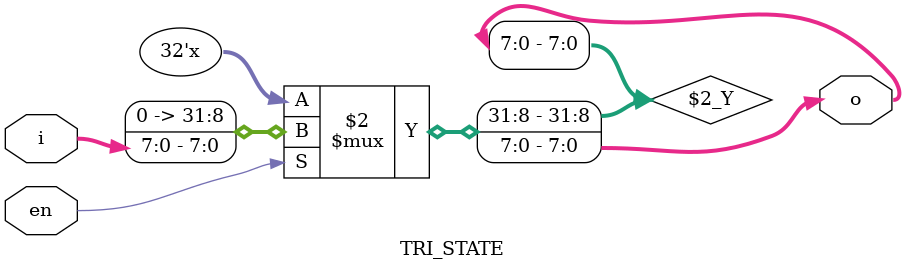
<source format=v>
module TRI_STATE
	#(parameter w = 8)
	(input [w-1 : 0] i, input en, output [w-1 : 0] o);

	assign o = en ? i : 'bz;
endmodule

</source>
